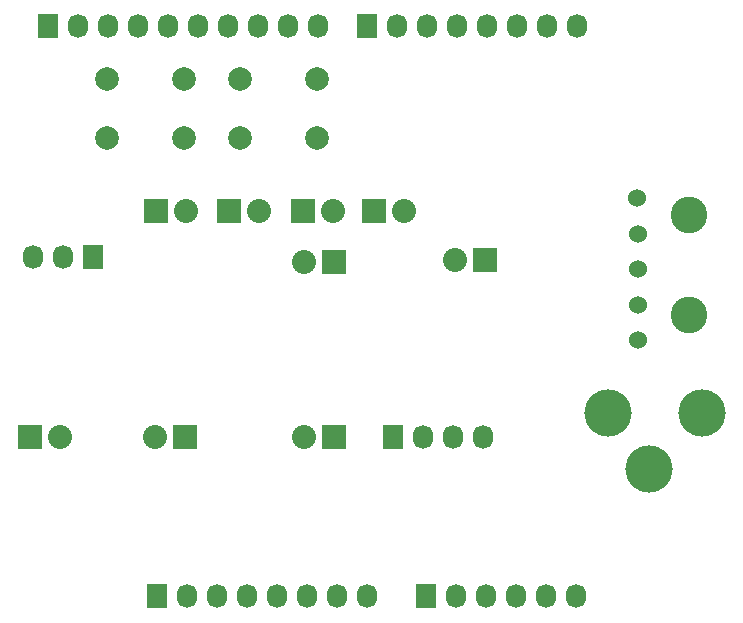
<source format=gbs>
G04 #@! TF.FileFunction,Soldermask,Bot*
%FSLAX46Y46*%
G04 Gerber Fmt 4.6, Leading zero omitted, Abs format (unit mm)*
G04 Created by KiCad (PCBNEW (2015-11-24 BZR 6329)-product) date Sun 10 Apr 2016 02:36:14 PM EDT*
%MOMM*%
G01*
G04 APERTURE LIST*
%ADD10C,0.100000*%
%ADD11C,2.000000*%
%ADD12C,3.100000*%
%ADD13C,1.524000*%
%ADD14C,4.000000*%
%ADD15R,1.727200X2.032000*%
%ADD16O,1.727200X2.032000*%
%ADD17R,2.032000X2.032000*%
%ADD18O,2.032000X2.032000*%
G04 APERTURE END LIST*
D10*
D11*
X134748000Y-85115000D03*
X134748000Y-80115000D03*
X141248000Y-85115000D03*
X141248000Y-80115000D03*
X145998000Y-85115000D03*
X145998000Y-80115000D03*
X152498000Y-85115000D03*
X152498000Y-80115000D03*
D12*
X183998000Y-91615000D03*
D13*
X179648000Y-90190000D03*
X179673000Y-93190000D03*
X179673000Y-96190000D03*
X179673000Y-99190000D03*
X179673000Y-102190000D03*
D12*
X183998000Y-100040000D03*
D14*
X177148000Y-108365000D03*
X185148000Y-108365000D03*
X180648000Y-113065000D03*
D15*
X156748000Y-75615000D03*
D16*
X159288000Y-75615000D03*
X161828000Y-75615000D03*
X164368000Y-75615000D03*
X166908000Y-75615000D03*
X169448000Y-75615000D03*
X171988000Y-75615000D03*
X174528000Y-75615000D03*
D15*
X129748000Y-75615000D03*
D16*
X132288000Y-75615000D03*
X134828000Y-75615000D03*
X137368000Y-75615000D03*
X139908000Y-75615000D03*
X142448000Y-75615000D03*
X144988000Y-75615000D03*
X147528000Y-75615000D03*
X150068000Y-75615000D03*
X152608000Y-75615000D03*
D17*
X128198000Y-110365000D03*
D18*
X130738000Y-110365000D03*
D15*
X161748000Y-123865000D03*
D16*
X164288000Y-123865000D03*
X166828000Y-123865000D03*
X169368000Y-123865000D03*
X171908000Y-123865000D03*
X174448000Y-123865000D03*
D15*
X138998000Y-123865000D03*
D16*
X141538000Y-123865000D03*
X144078000Y-123865000D03*
X146618000Y-123865000D03*
X149158000Y-123865000D03*
X151698000Y-123865000D03*
X154238000Y-123865000D03*
X156778000Y-123865000D03*
D17*
X151298000Y-91215000D03*
D18*
X153838000Y-91215000D03*
D17*
X153948000Y-95565000D03*
D18*
X151408000Y-95565000D03*
D15*
X158998000Y-110415000D03*
D16*
X161538000Y-110415000D03*
X164078000Y-110415000D03*
X166618000Y-110415000D03*
D17*
X145098000Y-91215000D03*
D18*
X147638000Y-91215000D03*
D17*
X153948000Y-110415000D03*
D18*
X151408000Y-110415000D03*
D17*
X157348000Y-91215000D03*
D18*
X159888000Y-91215000D03*
D17*
X166748000Y-95365000D03*
D18*
X164208000Y-95365000D03*
D15*
X133598000Y-95165000D03*
D16*
X131058000Y-95165000D03*
X128518000Y-95165000D03*
D17*
X138848000Y-91215000D03*
D18*
X141388000Y-91215000D03*
D17*
X141348000Y-110415000D03*
D18*
X138808000Y-110415000D03*
M02*

</source>
